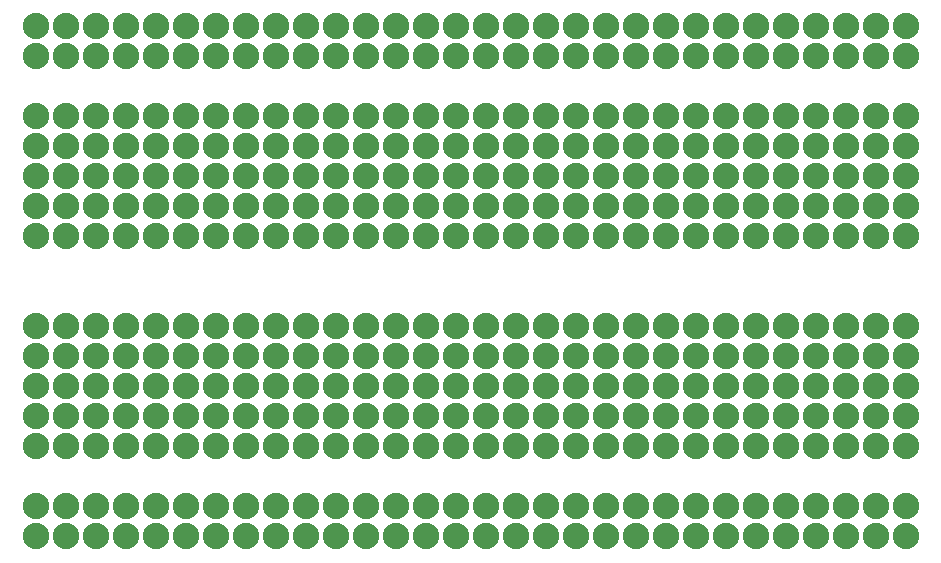
<source format=gbs>
G04 Layer: BottomSolderMaskLayer*
G04 EasyEDA v6.4.7, 2020-11-05T13:47:00--3:00*
G04 c1199a7e55574453b5ef4e22c537c2a6,NaN*
G04 Gerber Generator version 0.2*
G04 Scale: 100 percent, Rotated: No, Reflected: No *
G04 Dimensions in inches *
G04 leading zeros omitted , absolute positions ,2 integer and 4 decimal *
%FSLAX24Y24*%
%MOIN*%
G90*
D02*

%ADD14C,0.088000*%

%LPD*%
G54D14*
G01X500Y18000D03*
G01X1500Y18000D03*
G01X3500Y18000D03*
G01X4500Y18000D03*
G01X5500Y18000D03*
G01X6500Y18000D03*
G01X7500Y18000D03*
G01X8500Y18000D03*
G01X9500Y18000D03*
G01X10500Y18000D03*
G01X11500Y18000D03*
G01X12500Y18000D03*
G01X13500Y18000D03*
G01X14500Y18000D03*
G01X15500Y18000D03*
G01X16500Y18000D03*
G01X17500Y18000D03*
G01X18500Y18000D03*
G01X19500Y18000D03*
G01X20500Y18000D03*
G01X21500Y18000D03*
G01X22500Y18000D03*
G01X23500Y18000D03*
G01X24500Y18000D03*
G01X25500Y18000D03*
G01X26500Y18000D03*
G01X27500Y18000D03*
G01X28500Y18000D03*
G01X29500Y18000D03*
G01X500Y15000D03*
G01X500Y14000D03*
G01X500Y13000D03*
G01X500Y12000D03*
G01X500Y11000D03*
G01X500Y17000D03*
G01X1500Y17000D03*
G01X2500Y17000D03*
G01X3500Y17000D03*
G01X4500Y17000D03*
G01X5500Y17000D03*
G01X6500Y17000D03*
G01X7500Y17000D03*
G01X8500Y17000D03*
G01X9500Y17000D03*
G01X10500Y17000D03*
G01X11500Y17000D03*
G01X12500Y17000D03*
G01X13500Y17000D03*
G01X14500Y17000D03*
G01X15500Y17000D03*
G01X16500Y17000D03*
G01X17500Y17000D03*
G01X18500Y17000D03*
G01X19500Y17000D03*
G01X20500Y17000D03*
G01X21500Y17000D03*
G01X22500Y17000D03*
G01X23500Y17000D03*
G01X24500Y17000D03*
G01X25500Y17000D03*
G01X26500Y17000D03*
G01X27500Y17000D03*
G01X28500Y17000D03*
G01X29500Y17000D03*
G01X500Y1000D03*
G01X1500Y1000D03*
G01X2500Y1000D03*
G01X3500Y1000D03*
G01X4500Y1000D03*
G01X5500Y1000D03*
G01X6500Y1000D03*
G01X7500Y1000D03*
G01X8500Y1000D03*
G01X9500Y1000D03*
G01X10500Y1000D03*
G01X11500Y1000D03*
G01X12500Y1000D03*
G01X13500Y1000D03*
G01X14500Y1000D03*
G01X15500Y1000D03*
G01X16500Y1000D03*
G01X17500Y1000D03*
G01X18500Y1000D03*
G01X19500Y1000D03*
G01X20500Y1000D03*
G01X21500Y1000D03*
G01X22500Y1000D03*
G01X23500Y1000D03*
G01X24500Y1000D03*
G01X25500Y1000D03*
G01X26500Y1000D03*
G01X27500Y1000D03*
G01X28500Y1000D03*
G01X29500Y1000D03*
G01X500Y2000D03*
G01X1500Y2000D03*
G01X2500Y2000D03*
G01X3500Y2000D03*
G01X4500Y2000D03*
G01X5500Y2000D03*
G01X6500Y2000D03*
G01X7500Y2000D03*
G01X8500Y2000D03*
G01X9500Y2000D03*
G01X10500Y2000D03*
G01X11500Y2000D03*
G01X12500Y2000D03*
G01X13500Y2000D03*
G01X14500Y2000D03*
G01X15500Y2000D03*
G01X16500Y2000D03*
G01X17500Y2000D03*
G01X18500Y2000D03*
G01X19500Y2000D03*
G01X20500Y2000D03*
G01X21500Y2000D03*
G01X22500Y2000D03*
G01X23500Y2000D03*
G01X24500Y2000D03*
G01X25500Y2000D03*
G01X26500Y2000D03*
G01X27500Y2000D03*
G01X28500Y2000D03*
G01X29500Y2000D03*
G01X500Y8000D03*
G01X500Y7000D03*
G01X500Y6000D03*
G01X500Y5000D03*
G01X500Y4000D03*
G01X1500Y15000D03*
G01X1500Y14000D03*
G01X1500Y13000D03*
G01X1500Y12000D03*
G01X1500Y11000D03*
G01X2500Y15000D03*
G01X2500Y14000D03*
G01X2500Y13000D03*
G01X2500Y12000D03*
G01X2500Y11000D03*
G01X3500Y15000D03*
G01X3500Y14000D03*
G01X3500Y13000D03*
G01X3500Y12000D03*
G01X3500Y11000D03*
G01X4500Y15000D03*
G01X4500Y14000D03*
G01X4500Y13000D03*
G01X4500Y12000D03*
G01X4500Y11000D03*
G01X5500Y15000D03*
G01X5500Y14000D03*
G01X5500Y13000D03*
G01X5500Y12000D03*
G01X5500Y11000D03*
G01X6500Y15000D03*
G01X6500Y14000D03*
G01X6500Y13000D03*
G01X6500Y12000D03*
G01X6500Y11000D03*
G01X7500Y15000D03*
G01X7500Y14000D03*
G01X7500Y13000D03*
G01X7500Y12000D03*
G01X7500Y11000D03*
G01X8500Y15000D03*
G01X8500Y14000D03*
G01X8500Y13000D03*
G01X8500Y12000D03*
G01X8500Y11000D03*
G01X9500Y15000D03*
G01X9500Y14000D03*
G01X9500Y13000D03*
G01X9500Y12000D03*
G01X9500Y11000D03*
G01X10500Y15000D03*
G01X10500Y14000D03*
G01X10500Y13000D03*
G01X10500Y12000D03*
G01X10500Y11000D03*
G01X11500Y15000D03*
G01X11500Y14000D03*
G01X11500Y13000D03*
G01X11500Y12000D03*
G01X11500Y11000D03*
G01X12500Y15000D03*
G01X12500Y14000D03*
G01X12500Y13000D03*
G01X12500Y12000D03*
G01X12500Y11000D03*
G01X13500Y15000D03*
G01X13500Y14000D03*
G01X13500Y13000D03*
G01X13500Y12000D03*
G01X13500Y11000D03*
G01X14500Y15000D03*
G01X14500Y14000D03*
G01X14500Y13000D03*
G01X14500Y12000D03*
G01X14500Y11000D03*
G01X15500Y15000D03*
G01X15500Y14000D03*
G01X15500Y13000D03*
G01X15500Y12000D03*
G01X15500Y11000D03*
G01X16500Y15000D03*
G01X16500Y14000D03*
G01X16500Y13000D03*
G01X16500Y12000D03*
G01X16500Y11000D03*
G01X17500Y15000D03*
G01X17500Y14000D03*
G01X17500Y13000D03*
G01X17500Y12000D03*
G01X17500Y11000D03*
G01X18500Y15000D03*
G01X18500Y14000D03*
G01X18500Y13000D03*
G01X18500Y12000D03*
G01X18500Y11000D03*
G01X19500Y15000D03*
G01X19500Y14000D03*
G01X19500Y13000D03*
G01X19500Y12000D03*
G01X19500Y11000D03*
G01X20500Y15000D03*
G01X20500Y14000D03*
G01X20500Y13000D03*
G01X20500Y12000D03*
G01X20500Y11000D03*
G01X21500Y15000D03*
G01X21500Y14000D03*
G01X21500Y13000D03*
G01X21500Y12000D03*
G01X21500Y11000D03*
G01X22500Y15000D03*
G01X22500Y14000D03*
G01X22500Y13000D03*
G01X22500Y12000D03*
G01X22500Y11000D03*
G01X23500Y15000D03*
G01X23500Y14000D03*
G01X23500Y13000D03*
G01X23500Y12000D03*
G01X23500Y11000D03*
G01X24500Y15000D03*
G01X24500Y14000D03*
G01X24500Y13000D03*
G01X24500Y12000D03*
G01X24500Y11000D03*
G01X25500Y15000D03*
G01X25500Y14000D03*
G01X25500Y13000D03*
G01X25500Y12000D03*
G01X25500Y11000D03*
G01X26500Y15000D03*
G01X26500Y14000D03*
G01X26500Y13000D03*
G01X26500Y12000D03*
G01X26500Y11000D03*
G01X27500Y15000D03*
G01X27500Y14000D03*
G01X27500Y13000D03*
G01X27500Y12000D03*
G01X27500Y11000D03*
G01X28500Y15000D03*
G01X28500Y14000D03*
G01X28500Y13000D03*
G01X28500Y12000D03*
G01X28500Y11000D03*
G01X29500Y15000D03*
G01X29500Y14000D03*
G01X29500Y13000D03*
G01X29500Y12000D03*
G01X29500Y11000D03*
G01X1500Y8000D03*
G01X1500Y7000D03*
G01X1500Y6000D03*
G01X1500Y5000D03*
G01X1500Y4000D03*
G01X2500Y8000D03*
G01X2500Y7000D03*
G01X2500Y6000D03*
G01X2500Y5000D03*
G01X2500Y4000D03*
G01X3500Y8000D03*
G01X3500Y7000D03*
G01X3500Y6000D03*
G01X3500Y5000D03*
G01X3500Y4000D03*
G01X4500Y8000D03*
G01X4500Y7000D03*
G01X4500Y6000D03*
G01X4500Y5000D03*
G01X4500Y4000D03*
G01X5500Y8000D03*
G01X5500Y7000D03*
G01X5500Y6000D03*
G01X5500Y5000D03*
G01X5500Y4000D03*
G01X6500Y8000D03*
G01X6500Y7000D03*
G01X6500Y6000D03*
G01X6500Y5000D03*
G01X6500Y4000D03*
G01X7500Y8000D03*
G01X7500Y7000D03*
G01X7500Y6000D03*
G01X7500Y5000D03*
G01X7500Y4000D03*
G01X8500Y8000D03*
G01X8500Y7000D03*
G01X8500Y6000D03*
G01X8500Y5000D03*
G01X8500Y4000D03*
G01X9500Y8000D03*
G01X9500Y7000D03*
G01X9500Y6000D03*
G01X9500Y5000D03*
G01X9500Y4000D03*
G01X10500Y8000D03*
G01X10500Y7000D03*
G01X10500Y6000D03*
G01X10500Y5000D03*
G01X10500Y4000D03*
G01X11500Y8000D03*
G01X11500Y7000D03*
G01X11500Y6000D03*
G01X11500Y5000D03*
G01X11500Y4000D03*
G01X12500Y8000D03*
G01X12500Y7000D03*
G01X12500Y6000D03*
G01X12500Y5000D03*
G01X12500Y4000D03*
G01X13500Y8000D03*
G01X13500Y7000D03*
G01X13500Y6000D03*
G01X13500Y5000D03*
G01X13500Y4000D03*
G01X14500Y8000D03*
G01X14500Y7000D03*
G01X14500Y6000D03*
G01X14500Y5000D03*
G01X14500Y4000D03*
G01X15500Y8000D03*
G01X15500Y7000D03*
G01X15500Y6000D03*
G01X15500Y5000D03*
G01X15500Y4000D03*
G01X16500Y8000D03*
G01X16500Y7000D03*
G01X16500Y6000D03*
G01X16500Y5000D03*
G01X16500Y4000D03*
G01X17500Y8000D03*
G01X17500Y7000D03*
G01X17500Y6000D03*
G01X17500Y5000D03*
G01X17500Y4000D03*
G01X18500Y8000D03*
G01X18500Y7000D03*
G01X18500Y6000D03*
G01X18500Y5000D03*
G01X18500Y4000D03*
G01X19500Y8000D03*
G01X19500Y7000D03*
G01X19500Y6000D03*
G01X19500Y5000D03*
G01X19500Y4000D03*
G01X20500Y8000D03*
G01X20500Y7000D03*
G01X20500Y6000D03*
G01X20500Y5000D03*
G01X20500Y4000D03*
G01X21500Y8000D03*
G01X21500Y7000D03*
G01X21500Y6000D03*
G01X21500Y5000D03*
G01X21500Y4000D03*
G01X22500Y8000D03*
G01X22500Y7000D03*
G01X22500Y6000D03*
G01X22500Y5000D03*
G01X22500Y4000D03*
G01X23500Y8000D03*
G01X23500Y7000D03*
G01X23500Y6000D03*
G01X23500Y5000D03*
G01X23500Y4000D03*
G01X24500Y8000D03*
G01X24500Y7000D03*
G01X24500Y6000D03*
G01X24500Y5000D03*
G01X24500Y4000D03*
G01X25500Y8000D03*
G01X25500Y7000D03*
G01X25500Y6000D03*
G01X25500Y5000D03*
G01X25500Y4000D03*
G01X26500Y8000D03*
G01X26500Y7000D03*
G01X26500Y6000D03*
G01X26500Y5000D03*
G01X26500Y4000D03*
G01X27500Y8000D03*
G01X27500Y7000D03*
G01X27500Y6000D03*
G01X27500Y5000D03*
G01X27500Y4000D03*
G01X28500Y8000D03*
G01X28500Y7000D03*
G01X28500Y6000D03*
G01X28500Y5000D03*
G01X28500Y4000D03*
G01X29500Y8000D03*
G01X29500Y7000D03*
G01X29500Y6000D03*
G01X29500Y5000D03*
G01X29500Y4000D03*
G01X2500Y18000D03*
M00*
M02*

</source>
